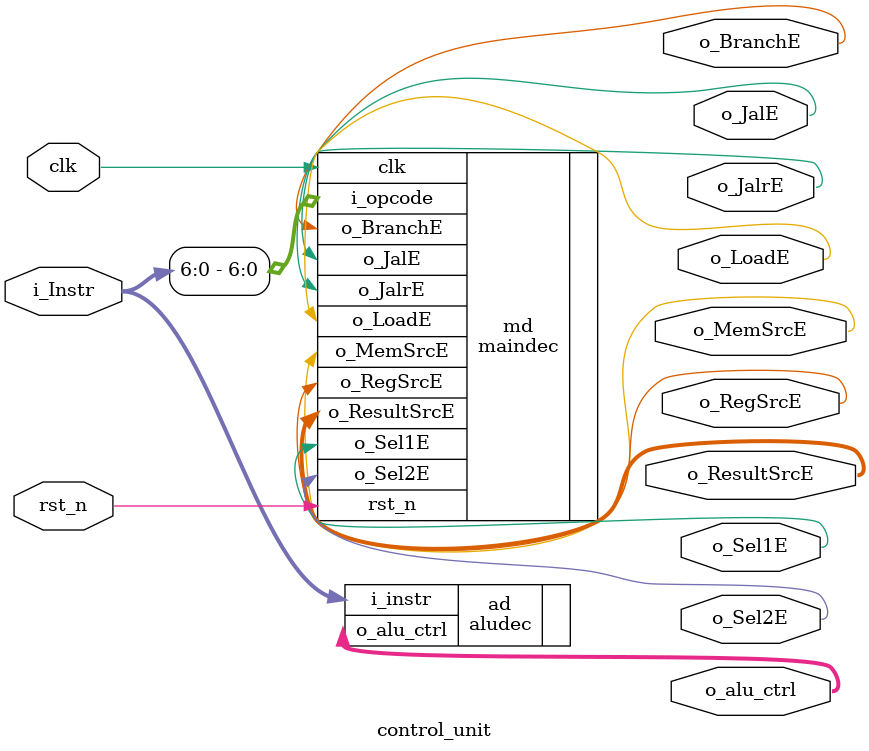
<source format=v>
`timescale 1ns / 1ps
`default_nettype none
`include "../rtl/parameters.vh"
`include "../rtl/maindec.v"
`include "../rtl/aludec.v"

module control_unit(
	input wire clk,
	input wire rst_n,
	input wire [31:0] i_Instr,
	output wire o_RegSrcE,
	output wire o_Sel1E,
	output wire o_Sel2E,
	output wire [3:0] o_alu_ctrl,
	output wire o_LoadE,
	output wire o_BranchE,
	output wire o_JalE,
	output wire o_JalrE,
	output wire o_MemSrcE,
	output wire [1:0] o_ResultSrcE
);


maindec md(
	.clk(clk),
    .rst_n(rst_n),
    .i_opcode(i_Instr [6:0]),
    .o_RegSrcE(o_RegSrcE),
    .o_Sel1E(o_Sel1E),
    .o_Sel2E(o_Sel2E),
    .o_LoadE(o_LoadE),
    .o_BranchE(o_BranchE),
    .o_JalE(o_JalE),
    .o_JalrE(o_JalrE),
    .o_MemSrcE(o_MemSrcE),
    .o_ResultSrcE(o_ResultSrcE)
);

aludec ad(
	.i_instr(i_Instr),
	.o_alu_ctrl(o_alu_ctrl)
);

endmodule
</source>
